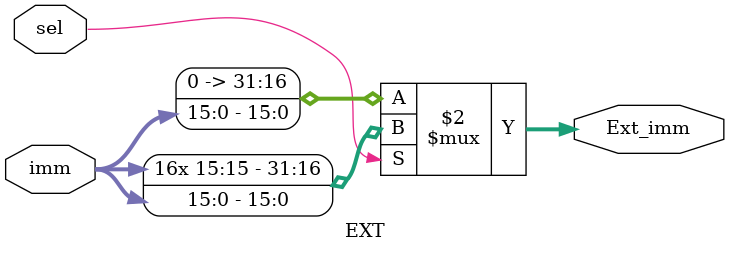
<source format=v>
module EXT(imm,sel,Ext_imm);
  input           [15:0]      imm;
  input                       sel;
  output          [31:0]      Ext_imm;
  
  assign Ext_imm= sel==0? {16'H0000,imm} : {{16{imm[15]}},imm};
        
endmodule
</source>
